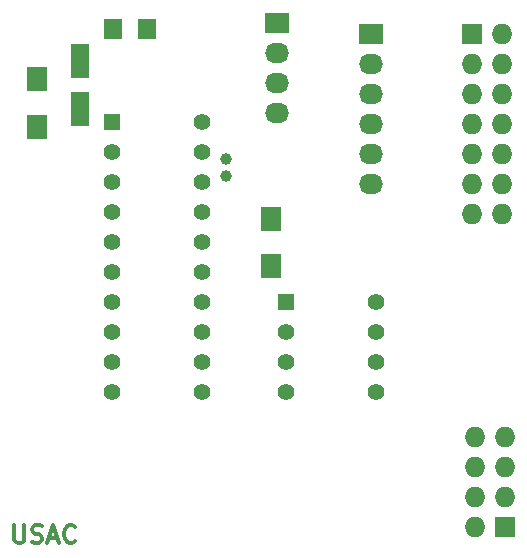
<source format=gts>
G04 #@! TF.FileFunction,Soldermask,Top*
%FSLAX46Y46*%
G04 Gerber Fmt 4.6, Leading zero omitted, Abs format (unit mm)*
G04 Created by KiCad (PCBNEW (after 2015-mar-04 BZR unknown)-product) date 16/04/2015 11:47:33*
%MOMM*%
G01*
G04 APERTURE LIST*
%ADD10C,0.100000*%
%ADD11C,0.300000*%
%ADD12R,1.727200X1.727200*%
%ADD13O,1.727200X1.727200*%
%ADD14R,1.597660X1.800860*%
%ADD15R,1.700000X2.000000*%
%ADD16R,2.032000X1.727200*%
%ADD17O,2.032000X1.727200*%
%ADD18R,1.397000X1.397000*%
%ADD19C,1.397000*%
%ADD20C,1.000760*%
%ADD21R,1.501140X2.999740*%
G04 APERTURE END LIST*
D10*
D11*
X105033286Y-95317571D02*
X105033286Y-96531857D01*
X105104714Y-96674714D01*
X105176143Y-96746143D01*
X105319000Y-96817571D01*
X105604714Y-96817571D01*
X105747572Y-96746143D01*
X105819000Y-96674714D01*
X105890429Y-96531857D01*
X105890429Y-95317571D01*
X106533286Y-96746143D02*
X106747572Y-96817571D01*
X107104715Y-96817571D01*
X107247572Y-96746143D01*
X107319001Y-96674714D01*
X107390429Y-96531857D01*
X107390429Y-96389000D01*
X107319001Y-96246143D01*
X107247572Y-96174714D01*
X107104715Y-96103286D01*
X106819001Y-96031857D01*
X106676143Y-95960429D01*
X106604715Y-95889000D01*
X106533286Y-95746143D01*
X106533286Y-95603286D01*
X106604715Y-95460429D01*
X106676143Y-95389000D01*
X106819001Y-95317571D01*
X107176143Y-95317571D01*
X107390429Y-95389000D01*
X107961857Y-96389000D02*
X108676143Y-96389000D01*
X107819000Y-96817571D02*
X108319000Y-95317571D01*
X108819000Y-96817571D01*
X110176143Y-96674714D02*
X110104714Y-96746143D01*
X109890428Y-96817571D01*
X109747571Y-96817571D01*
X109533286Y-96746143D01*
X109390428Y-96603286D01*
X109319000Y-96460429D01*
X109247571Y-96174714D01*
X109247571Y-95960429D01*
X109319000Y-95674714D01*
X109390428Y-95531857D01*
X109533286Y-95389000D01*
X109747571Y-95317571D01*
X109890428Y-95317571D01*
X110104714Y-95389000D01*
X110176143Y-95460429D01*
D12*
X146558000Y-95504000D03*
D13*
X144018000Y-95504000D03*
X146558000Y-92964000D03*
X144018000Y-92964000D03*
X146558000Y-90424000D03*
X144018000Y-90424000D03*
X146558000Y-87884000D03*
X144018000Y-87884000D03*
D14*
X113388140Y-53340000D03*
X116227860Y-53340000D03*
D15*
X126746000Y-73374000D03*
X126746000Y-69374000D03*
X106934000Y-61563000D03*
X106934000Y-57563000D03*
D12*
X143764000Y-53721000D03*
D13*
X146304000Y-53721000D03*
X143764000Y-56261000D03*
X146304000Y-56261000D03*
X143764000Y-58801000D03*
X146304000Y-58801000D03*
X143764000Y-61341000D03*
X146304000Y-61341000D03*
X143764000Y-63881000D03*
X146304000Y-63881000D03*
X143764000Y-66421000D03*
X146304000Y-66421000D03*
X143764000Y-68961000D03*
X146304000Y-68961000D03*
D16*
X127254000Y-52832000D03*
D17*
X127254000Y-55372000D03*
X127254000Y-57912000D03*
X127254000Y-60452000D03*
D16*
X135255000Y-53721000D03*
D17*
X135255000Y-56261000D03*
X135255000Y-58801000D03*
X135255000Y-61341000D03*
X135255000Y-63881000D03*
X135255000Y-66421000D03*
D18*
X113284000Y-61214000D03*
D19*
X113284000Y-63754000D03*
X113284000Y-66294000D03*
X113284000Y-68834000D03*
X113284000Y-71374000D03*
X113284000Y-73914000D03*
X113284000Y-76454000D03*
X113284000Y-78994000D03*
X113284000Y-81534000D03*
X113284000Y-84074000D03*
X120904000Y-84074000D03*
X120904000Y-81534000D03*
X120904000Y-78994000D03*
X120904000Y-76454000D03*
X120904000Y-73914000D03*
X120904000Y-71374000D03*
X120904000Y-68834000D03*
X120904000Y-66294000D03*
X120904000Y-63754000D03*
X120904000Y-61214000D03*
D18*
X128016000Y-76454000D03*
D19*
X128016000Y-78994000D03*
X128016000Y-81534000D03*
X128016000Y-84074000D03*
X135636000Y-84074000D03*
X135636000Y-81534000D03*
X135636000Y-78994000D03*
X135636000Y-76454000D03*
D20*
X122936000Y-64274700D03*
X122936000Y-65773300D03*
D21*
X110617000Y-56040020D03*
X110617000Y-60037980D03*
M02*

</source>
